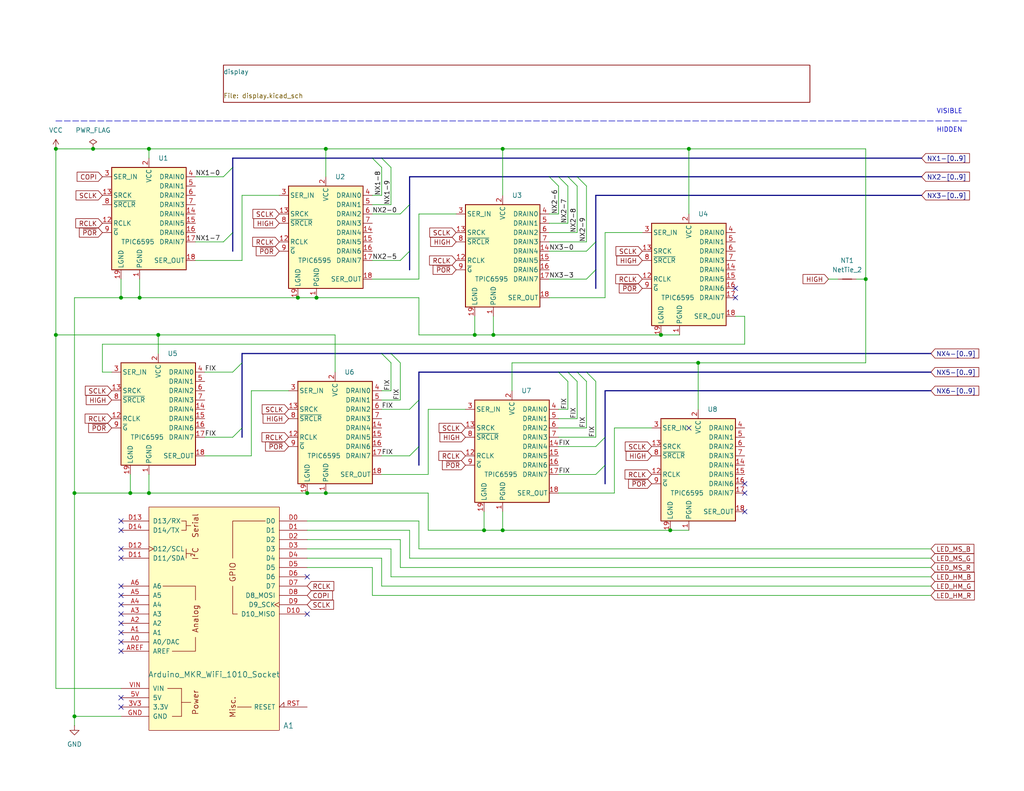
<source format=kicad_sch>
(kicad_sch (version 20231120) (generator "eeschema") (generator_version "8.0")
  (paper "USLetter")
  (title_block (title "IN-14 Nixie Tube Clock") (company "Wholly Unnecessary Technologies"))
  (lib_symbols
    (symbol "Device:NetTie_2" (pin_numbers hide) (pin_names (offset 0) hide) (in_bom no)
      (property "Reference" "NT" (at 0 1.27 0))
      (property "Value" "NetTie_2" (at 0 -1.27 0))
      (symbol "NetTie_2_0_1"
        (polyline (pts (xy -1.27 0) (xy 1.27 0)) (stroke (width 0.254)))
      )
      (symbol "NetTie_2_1_1"
        (pin passive line (at -2.54 0 0) (length 2.54) (name "1") (number "1"))
        (pin passive line (at 2.54 0 180) (length 2.54) (name "2") (number "2"))
      )
    )
    (symbol "Interface_Expansion:TPIC6595" (pin_names (offset 0.381))
      (property "Reference" "U" (at -8.89 13.97 0))
      (property "Value" "TPIC6595" (at 6.35 13.97 0))
      (symbol "TPIC6595_0_1"
        (rectangle (start -10.16 12.7) (end 10.16 -15.24) (stroke (width 0.254)) (fill (type background)))
      )
      (symbol "TPIC6595_1_1"
        (pin power_in line (at -2.54 -17.78 90) (length 2.54) (name "PGND") (number "1"))
        (pin passive line (at -2.54 -17.78 90) (length 2.54) hide (name "PGND") (number "10"))
        (pin passive line (at -2.54 -17.78 90) (length 2.54) hide (name "PGND") (number "11"))
        (pin input line (at -12.7 -2.54 0) (length 2.54) (name "RCLK") (number "12"))
        (pin input line (at -12.7 5.08 0) (length 2.54) (name "SRCK") (number "13"))
        (pin open_collector line (at 12.7 0 180) (length 2.54) (name "DRAIN4") (number "14"))
        (pin open_collector line (at 12.7 -2.54 180) (length 2.54) (name "DRAIN5") (number "15"))
        (pin open_collector line (at 12.7 -5.08 180) (length 2.54) (name "DRAIN6") (number "16"))
        (pin open_collector line (at 12.7 -7.62 180) (length 2.54) (name "DRAIN7") (number "17"))
        (pin output line (at 12.7 -12.7 180) (length 2.54) (name "SER_OUT") (number "18"))
        (pin power_in line (at -7.62 -17.78 90) (length 2.54) (name "LGND") (number "19"))
        (pin power_in line (at 0 15.24 270) (length 2.54) (name "VCC") (number "2"))
        (pin passive line (at -2.54 -17.78 90) (length 2.54) hide (name "PGND") (number "20"))
        (pin input line (at -12.7 10.16 0) (length 2.54) (name "SER_IN") (number "3"))
        (pin open_collector line (at 12.7 10.16 180) (length 2.54) (name "DRAIN0") (number "4"))
        (pin open_collector line (at 12.7 7.62 180) (length 2.54) (name "DRAIN1") (number "5"))
        (pin open_collector line (at 12.7 5.08 180) (length 2.54) (name "DRAIN2") (number "6"))
        (pin open_collector line (at 12.7 2.54 180) (length 2.54) (name "DRAIN3") (number "7"))
        (pin input line (at -12.7 2.54 0) (length 2.54) (name "~{SRCLR}") (number "8"))
        (pin input line (at -12.7 -5.08 0) (length 2.54) (name "~{G}") (number "9"))
      )
    )
    (symbol "arduino-library:Arduino_MKR_WiFi_1010_Socket" (pin_names (offset 1.016))
      (property "Reference" "A" (at 0 36.83 0))
      (property "Value" "Arduino_MKR_WiFi_1010_Socket" (at 0 33.02 0))
      (symbol "Arduino_MKR_WiFi_1010_Socket_0_0"
        (rectangle (start -17.78 30.48) (end 17.78 -30.48) (fill (type background)))
        (rectangle (start -12.7 -19.05) (end -8.89 -19.05))
        (rectangle (start -11.43 -26.67) (end -8.89 -26.67))
        (rectangle (start -8.89 -22.86) (end -6.35 -22.86))
        (polyline (pts (xy -8.89 -19.05) (xy -8.89 -26.67)))
        (polyline (pts (xy -7.62 25.4) (xy -6.35 25.4)))
        (polyline (pts (xy -5.08 -5.08) (xy -5.08 -8.89) (xy -11.43 -8.89)))
        (polyline (pts (xy -5.08 5.08) (xy -5.08 8.89) (xy -13.97 8.89)))
        (polyline (pts (xy 5.08 8.89) (xy 5.08 1.27) (xy 6.35 1.27)))
        (polyline (pts (xy 5.08 16.51) (xy 5.08 26.67) (xy 13.97 26.67)))
        (polyline (pts (xy -8.89 26.67) (xy -7.62 26.67) (xy -7.62 24.13) (xy -8.89 24.13)))
        (rectangle (start 6.35 -24.13) (end 10.16 -24.13))
        (text "Analog" (at -5.08 0 900) (effects (font (size 1.524 1.524))))
        (text "I²C" (at -5.08 17.78 900) (effects (font (size 1.524 1.524))))
        (text "Misc." (at 5.08 -24.13 900) (effects (font (size 1.524 1.524))))
        (text "Power" (at -5.08 -22.86 900) (effects (font (size 1.524 1.524))))
        (text "Serial" (at -5.08 25.4 900) (effects (font (size 1.524 1.524))))
      )
      (symbol "Arduino_MKR_WiFi_1010_Socket_0_1"
        (polyline (pts (xy -7.62 16.51) (xy -7.62 19.05)))
        (polyline (pts (xy -7.62 17.78) (xy -6.35 17.78)))
      )
      (symbol "Arduino_MKR_WiFi_1010_Socket_1_0"
        (text "GPIO" (at 5.08 12.7 900) (effects (font (size 1.524 1.524))))
      )
      (symbol "Arduino_MKR_WiFi_1010_Socket_1_1"
        (pin power_out line (at -25.4 -24.13 0) (length 7.62) (name "3.3V") (number "3V3"))
        (pin power_in line (at -25.4 -21.59 0) (length 7.62) (name "5V") (number "5V"))
        (pin bidirectional line (at -25.4 -6.35 0) (length 7.62) (name "A0/DAC") (number "A0"))
        (pin bidirectional line (at -25.4 -3.81 0) (length 7.62) (name "A1") (number "A1"))
        (pin bidirectional line (at -25.4 -1.27 0) (length 7.62) (name "A2") (number "A2"))
        (pin bidirectional line (at -25.4 1.27 0) (length 7.62) (name "A3") (number "A3"))
        (pin bidirectional line (at -25.4 3.81 0) (length 7.62) (name "A4") (number "A4"))
        (pin bidirectional line (at -25.4 6.35 0) (length 7.62) (name "A5") (number "A5"))
        (pin bidirectional line (at -25.4 8.89 0) (length 7.62) (name "A6") (number "A6"))
        (pin input line (at -25.4 -8.89 0) (length 7.62) (name "AREF") (number "AREF"))
        (pin bidirectional line (at 25.4 26.67 180) (length 7.62) (name "D0") (number "D0"))
        (pin bidirectional line (at 25.4 24.13 180) (length 7.62) (name "D1") (number "D1"))
        (pin bidirectional line (at 25.4 1.27 180) (length 7.62) (name "D10_MISO") (number "D10"))
        (pin bidirectional line (at -25.4 16.51 0) (length 7.62) (name "D11/SDA") (number "D11"))
        (pin bidirectional clock (at -25.4 19.05 0) (length 7.62) (name "D12/SCL") (number "D12"))
        (pin bidirectional line (at -25.4 26.67 0) (length 7.62) (name "D13/RX") (number "D13"))
        (pin bidirectional line (at -25.4 24.13 0) (length 7.62) (name "D14/TX") (number "D14"))
        (pin bidirectional line (at 25.4 21.59 180) (length 7.62) (name "D2") (number "D2"))
        (pin bidirectional line (at 25.4 19.05 180) (length 7.62) (name "D3") (number "D3"))
        (pin bidirectional line (at 25.4 16.51 180) (length 7.62) (name "D4") (number "D4"))
        (pin bidirectional line (at 25.4 13.97 180) (length 7.62) (name "D5") (number "D5"))
        (pin bidirectional line (at 25.4 11.43 180) (length 7.62) (name "D6") (number "D6"))
        (pin bidirectional line (at 25.4 8.89 180) (length 7.62) (name "D7") (number "D7"))
        (pin bidirectional line (at 25.4 6.35 180) (length 7.62) (name "D8_MOSI") (number "D8"))
        (pin bidirectional clock (at 25.4 3.81 180) (length 7.62) (name "D9_SCK") (number "D9"))
        (pin power_in line (at -25.4 -26.67 0) (length 7.62) (name "GND") (number "GND"))
        (pin open_collector input_low (at 25.4 -24.13 180) (length 7.62) (name "RESET") (number "RST"))
        (pin power_in line (at -25.4 -19.05 0) (length 7.62) (name "VIN") (number "VIN"))
      )
    )
    (symbol "power:GND" (power) (pin_numbers hide) (pin_names (offset 0) hide)
      (property "Value" "GND" (at 0 -3.81 0))
      (symbol "GND_0_1"
        (polyline (pts (xy 0 0) (xy 0 -1.27) (xy 1.27 -1.27) (xy 0 -2.54) (xy -1.27 -1.27) (xy 0 -1.27)))
      )
      (symbol "GND_1_1"
        (pin power_in line (at 0 0 270) (length 0) (name "~") (number "1"))
      )
    )
    (symbol "power:PWR_FLAG" (power) (pin_numbers hide) (pin_names (offset 0) hide)
      (property "Value" "PWR_FLAG" (at 0 3.81 0))
      (symbol "PWR_FLAG_0_0"
        (pin power_out line (at 0 0 90) (length 0) (name "~") (number "1"))
      )
      (symbol "PWR_FLAG_0_1"
        (polyline (pts (xy 0 0) (xy 0 1.27) (xy -1.016 1.905) (xy 0 2.54) (xy 1.016 1.905) (xy 0 1.27)))
      )
    )
    (symbol "power:VCC" (power) (pin_numbers hide) (pin_names (offset 0) hide)
      (property "Value" "VCC" (at 0 3.556 0))
      (symbol "VCC_0_1"
        (polyline (pts (xy -0.762 1.27) (xy 0 2.54)))
        (polyline (pts (xy 0 0) (xy 0 2.54)))
        (polyline (pts (xy 0 2.54) (xy 0.762 1.27)))
      )
      (symbol "VCC_1_1"
        (pin power_in line (at 0 0 90) (length 0) (name "~") (number "1"))
      )
    )
  )
  (junction (at 88.9 40.64))
  (junction (at 134.62 91.44))
  (junction (at 33.02 81.28))
  (junction (at 40.64 134.62))
  (junction (at 15.24 91.44))
  (junction (at 35.56 134.62))
  (junction (at 40.64 40.64))
  (junction (at 182.88 144.78))
  (junction (at 180.34 91.44))
  (junction (at 25.4 40.64))
  (junction (at 137.16 40.64))
  (junction (at 83.82 134.62))
  (junction (at 15.24 40.64))
  (junction (at 236.22 76.2))
  (junction (at 88.9 134.62))
  (junction (at 43.18 91.44))
  (junction (at 190.5 99.06))
  (junction (at 187.96 40.64))
  (junction (at 38.1 81.28))
  (junction (at 20.32 134.62))
  (junction (at 132.08 144.78))
  (junction (at 129.54 91.44))
  (junction (at 86.36 81.28))
  (junction (at 137.16 144.78))
  (junction (at 20.32 195.58))
  (junction (at 81.28 81.28))
  (no_connect (at 200.66 81.28))
  (no_connect (at 33.02 162.56))
  (no_connect (at 203.2 139.7))
  (no_connect (at 187.96 116.84))
  (no_connect (at 33.02 142.24))
  (no_connect (at 203.2 134.62))
  (no_connect (at 203.2 132.08))
  (no_connect (at 33.02 193.04))
  (no_connect (at 83.82 157.48))
  (no_connect (at 200.66 78.74))
  (no_connect (at 33.02 152.4))
  (no_connect (at 33.02 149.86))
  (no_connect (at 83.82 167.64))
  (no_connect (at 33.02 160.02))
  (no_connect (at 33.02 172.72))
  (no_connect (at 33.02 170.18))
  (no_connect (at 33.02 167.64))
  (no_connect (at 33.02 190.5))
  (no_connect (at 33.02 144.78))
  (no_connect (at 33.02 165.1))
  (no_connect (at 33.02 177.8))
  (no_connect (at 33.02 175.26))
  (bus_entry (at 160.02 101.6) (size 2.54 2.54))
  (bus_entry (at 104.14 43.18) (size 2.54 2.54))
  (bus_entry (at 104.14 96.52) (size 2.54 2.54))
  (bus_entry (at 111.76 68.58) (size -2.54 2.54))
  (bus_entry (at 165.1 127) (size -2.54 2.54))
  (bus_entry (at 114.3 109.22) (size -2.54 2.54))
  (bus_entry (at 157.48 48.26) (size 2.54 2.54))
  (bus_entry (at 101.6 43.18) (size 2.54 2.54))
  (bus_entry (at 114.3 121.92) (size -2.54 2.54))
  (bus_entry (at 162.56 73.66) (size -2.54 2.54))
  (bus_entry (at 106.68 96.52) (size 2.54 2.54))
  (bus_entry (at 149.86 48.26) (size 2.54 2.54))
  (bus_entry (at 63.5 63.5) (size -2.54 2.54))
  (bus_entry (at 63.5 45.72) (size -2.54 2.54))
  (bus_entry (at 66.04 99.06) (size -2.54 2.54))
  (bus_entry (at 154.94 48.26) (size 2.54 2.54))
  (bus_entry (at 66.04 116.84) (size -2.54 2.54))
  (bus_entry (at 111.76 55.88) (size -2.54 2.54))
  (bus_entry (at 162.56 66.04) (size -2.54 2.54))
  (bus_entry (at 152.4 101.6) (size 2.54 2.54))
  (bus_entry (at 154.94 101.6) (size 2.54 2.54))
  (bus_entry (at 157.48 101.6) (size 2.54 2.54))
  (bus_entry (at 152.4 48.26) (size 2.54 2.54))
  (bus_entry (at 165.1 119.38) (size -2.54 2.54))
  (bus (pts (xy 104.14 43.18) (xy 251.46 43.18)))
  (wire (pts (xy 55.88 101.6) (xy 63.5 101.6)))
  (wire (pts (xy 129.54 91.44) (xy 114.3 91.44)))
  (wire (pts (xy 91.44 91.44) (xy 91.44 101.6)))
  (bus (pts (xy 114.3 109.22) (xy 114.3 121.92)))
  (wire (pts (xy 134.62 91.44) (xy 134.62 86.36)))
  (wire (pts (xy 43.18 96.52) (xy 43.18 91.44)))
  (bus (pts (xy 165.1 106.68) (xy 254 106.68)))
  (bus (pts (xy 63.5 45.72) (xy 63.5 63.5)))
  (wire (pts (xy 106.68 149.86) (xy 106.68 157.48)))
  (wire (pts (xy 116.84 144.78) (xy 116.84 134.62)))
  (wire (pts (xy 129.54 91.44) (xy 129.54 86.36)))
  (wire (pts (xy 106.68 99.06) (xy 106.68 106.68)))
  (wire (pts (xy 83.82 147.32) (xy 109.22 147.32)))
  (wire (pts (xy 66.04 71.12) (xy 66.04 53.34)))
  (wire (pts (xy 38.1 81.28) (xy 38.1 76.2)))
  (wire (pts (xy 101.6 55.88) (xy 106.68 55.88)))
  (wire (pts (xy 137.16 144.78) (xy 137.16 139.7)))
  (wire (pts (xy 104.14 106.68) (xy 106.68 106.68)))
  (wire (pts (xy 157.48 50.8) (xy 157.48 63.5)))
  (bus (pts (xy 157.48 48.26) (xy 251.46 48.26)))
  (wire (pts (xy 88.9 134.62) (xy 116.84 134.62)))
  (wire (pts (xy 152.4 114.3) (xy 157.48 114.3)))
  (bus (pts (xy 63.5 63.5) (xy 63.5 68.58)))
  (wire (pts (xy 114.3 142.24) (xy 114.3 149.86)))
  (wire (pts (xy 104.14 160.02) (xy 254 160.02)))
  (wire (pts (xy 203.2 93.98) (xy 27.94 93.98)))
  (wire (pts (xy 43.18 91.44) (xy 91.44 91.44)))
  (wire (pts (xy 152.4 121.92) (xy 162.56 121.92)))
  (wire (pts (xy 83.82 152.4) (xy 104.14 152.4)))
  (wire (pts (xy 111.76 144.78) (xy 111.76 152.4)))
  (wire (pts (xy 203.2 86.36) (xy 200.66 86.36)))
  (wire (pts (xy 226.06 76.2) (xy 228.6 76.2)))
  (wire (pts (xy 236.22 76.2) (xy 236.22 40.64)))
  (wire (pts (xy 104.14 109.22) (xy 109.22 109.22)))
  (wire (pts (xy 165.1 63.5) (xy 175.26 63.5)))
  (bus (pts (xy 157.48 101.6) (xy 160.02 101.6)))
  (wire (pts (xy 53.34 71.12) (xy 66.04 71.12)))
  (wire (pts (xy 134.62 91.44) (xy 180.34 91.44)))
  (wire (pts (xy 25.4 40.64) (xy 40.64 40.64)))
  (bus (pts (xy 165.1 132.08) (xy 165.1 127)))
  (wire (pts (xy 111.76 152.4) (xy 254 152.4)))
  (wire (pts (xy 101.6 58.42) (xy 109.22 58.42)))
  (wire (pts (xy 132.08 144.78) (xy 137.16 144.78)))
  (wire (pts (xy 182.88 144.78) (xy 187.96 144.78)))
  (bus (pts (xy 162.56 66.04) (xy 162.56 53.34)))
  (wire (pts (xy 152.4 116.84) (xy 160.02 116.84)))
  (bus (pts (xy 111.76 48.26) (xy 111.76 55.88)))
  (wire (pts (xy 114.3 58.42) (xy 124.46 58.42)))
  (wire (pts (xy 20.32 195.58) (xy 20.32 198.12)))
  (bus (pts (xy 111.76 55.88) (xy 111.76 68.58)))
  (wire (pts (xy 15.24 187.96) (xy 33.02 187.96)))
  (wire (pts (xy 15.24 40.64) (xy 25.4 40.64)))
  (wire (pts (xy 109.22 154.94) (xy 254 154.94)))
  (wire (pts (xy 114.3 81.28) (xy 86.36 81.28)))
  (bus (pts (xy 162.56 78.74) (xy 162.56 73.66)))
  (wire (pts (xy 55.88 119.38) (xy 63.5 119.38)))
  (bus (pts (xy 154.94 48.26) (xy 157.48 48.26)))
  (bus (pts (xy 165.1 119.38) (xy 165.1 106.68)))
  (bus (pts (xy 149.86 48.26) (xy 152.4 48.26)))
  (wire (pts (xy 35.56 134.62) (xy 20.32 134.62)))
  (bus (pts (xy 114.3 121.92) (xy 114.3 127)))
  (wire (pts (xy 149.86 58.42) (xy 152.4 58.42)))
  (wire (pts (xy 109.22 99.06) (xy 109.22 109.22)))
  (wire (pts (xy 149.86 68.58) (xy 160.02 68.58)))
  (wire (pts (xy 27.94 93.98) (xy 27.94 101.6)))
  (wire (pts (xy 104.14 152.4) (xy 104.14 160.02)))
  (wire (pts (xy 137.16 40.64) (xy 187.96 40.64)))
  (wire (pts (xy 162.56 104.14) (xy 162.56 119.38)))
  (wire (pts (xy 20.32 195.58) (xy 33.02 195.58)))
  (wire (pts (xy 83.82 144.78) (xy 111.76 144.78)))
  (wire (pts (xy 27.94 101.6) (xy 30.48 101.6)))
  (bus (pts (xy 106.68 96.52) (xy 254 96.52)))
  (wire (pts (xy 88.9 40.64) (xy 137.16 40.64)))
  (wire (pts (xy 154.94 104.14) (xy 154.94 111.76)))
  (bus (pts (xy 162.56 73.66) (xy 162.56 66.04)))
  (wire (pts (xy 20.32 81.28) (xy 33.02 81.28)))
  (wire (pts (xy 83.82 142.24) (xy 114.3 142.24)))
  (wire (pts (xy 88.9 48.26) (xy 88.9 40.64)))
  (wire (pts (xy 190.5 99.06) (xy 139.7 99.06)))
  (wire (pts (xy 40.64 40.64) (xy 88.9 40.64)))
  (wire (pts (xy 160.02 104.14) (xy 160.02 116.84)))
  (bus (pts (xy 66.04 96.52) (xy 104.14 96.52)))
  (wire (pts (xy 83.82 154.94) (xy 101.6 154.94)))
  (wire (pts (xy 132.08 144.78) (xy 132.08 139.7)))
  (wire (pts (xy 187.96 40.64) (xy 236.22 40.64)))
  (bus (pts (xy 63.5 43.18) (xy 101.6 43.18)))
  (wire (pts (xy 35.56 134.62) (xy 35.56 129.54)))
  (wire (pts (xy 149.86 76.2) (xy 160.02 76.2)))
  (wire (pts (xy 20.32 134.62) (xy 20.32 195.58)))
  (wire (pts (xy 101.6 76.2) (xy 114.3 76.2)))
  (bus (pts (xy 165.1 127) (xy 165.1 119.38)))
  (bus (pts (xy 152.4 48.26) (xy 154.94 48.26)))
  (wire (pts (xy 154.94 50.8) (xy 154.94 60.96)))
  (bus (pts (xy 162.56 53.34) (xy 251.46 53.34)))
  (wire (pts (xy 116.84 129.54) (xy 116.84 111.76)))
  (bus (pts (xy 63.5 43.18) (xy 63.5 45.72)))
  (wire (pts (xy 139.7 99.06) (xy 139.7 106.68)))
  (polyline (pts (xy 15.24 33.02) (xy 264.16 33.02)) (stroke (width 0) (type dash)))
  (bus (pts (xy 104.14 96.52) (xy 106.68 96.52)))
  (bus (pts (xy 111.76 48.26) (xy 149.86 48.26)))
  (wire (pts (xy 106.68 157.48) (xy 254 157.48)))
  (wire (pts (xy 190.5 111.76) (xy 190.5 99.06)))
  (wire (pts (xy 236.22 99.06) (xy 236.22 76.2)))
  (wire (pts (xy 40.64 40.64) (xy 40.64 43.18)))
  (wire (pts (xy 137.16 53.34) (xy 137.16 40.64)))
  (wire (pts (xy 53.34 48.26) (xy 60.96 48.26)))
  (bus (pts (xy 66.04 96.52) (xy 66.04 99.06)))
  (wire (pts (xy 157.48 104.14) (xy 157.48 114.3)))
  (wire (pts (xy 233.68 76.2) (xy 236.22 76.2)))
  (wire (pts (xy 109.22 147.32) (xy 109.22 154.94)))
  (wire (pts (xy 101.6 71.12) (xy 109.22 71.12)))
  (wire (pts (xy 114.3 91.44) (xy 114.3 81.28)))
  (bus (pts (xy 160.02 101.6) (xy 254 101.6)))
  (wire (pts (xy 55.88 124.46) (xy 68.58 124.46)))
  (wire (pts (xy 167.64 116.84) (xy 177.8 116.84)))
  (wire (pts (xy 180.34 91.44) (xy 185.42 91.44)))
  (bus (pts (xy 111.76 68.58) (xy 111.76 73.66)))
  (wire (pts (xy 190.5 99.06) (xy 236.22 99.06)))
  (bus (pts (xy 114.3 101.6) (xy 114.3 109.22)))
  (wire (pts (xy 149.86 60.96) (xy 154.94 60.96)))
  (wire (pts (xy 149.86 63.5) (xy 157.48 63.5)))
  (wire (pts (xy 40.64 134.62) (xy 83.82 134.62)))
  (wire (pts (xy 104.14 129.54) (xy 116.84 129.54)))
  (wire (pts (xy 167.64 134.62) (xy 167.64 116.84)))
  (wire (pts (xy 104.14 124.46) (xy 111.76 124.46)))
  (wire (pts (xy 114.3 149.86) (xy 254 149.86)))
  (wire (pts (xy 114.3 76.2) (xy 114.3 58.42)))
  (wire (pts (xy 101.6 53.34) (xy 104.14 53.34)))
  (bus (pts (xy 154.94 101.6) (xy 157.48 101.6)))
  (wire (pts (xy 149.86 66.04) (xy 160.02 66.04)))
  (wire (pts (xy 33.02 76.2) (xy 33.02 81.28)))
  (wire (pts (xy 53.34 66.04) (xy 60.96 66.04)))
  (wire (pts (xy 83.82 149.86) (xy 106.68 149.86)))
  (wire (pts (xy 152.4 119.38) (xy 162.56 119.38)))
  (wire (pts (xy 152.4 129.54) (xy 162.56 129.54)))
  (wire (pts (xy 38.1 81.28) (xy 81.28 81.28)))
  (bus (pts (xy 66.04 99.06) (xy 66.04 116.84)))
  (wire (pts (xy 129.54 91.44) (xy 134.62 91.44)))
  (wire (pts (xy 104.14 111.76) (xy 111.76 111.76)))
  (wire (pts (xy 15.24 91.44) (xy 43.18 91.44)))
  (wire (pts (xy 81.28 81.28) (xy 86.36 81.28)))
  (wire (pts (xy 68.58 106.68) (xy 78.74 106.68)))
  (wire (pts (xy 83.82 134.62) (xy 88.9 134.62)))
  (wire (pts (xy 15.24 91.44) (xy 15.24 187.96)))
  (wire (pts (xy 165.1 81.28) (xy 165.1 63.5)))
  (wire (pts (xy 106.68 45.72) (xy 106.68 55.88)))
  (wire (pts (xy 101.6 154.94) (xy 101.6 162.56)))
  (wire (pts (xy 149.86 81.28) (xy 165.1 81.28)))
  (wire (pts (xy 152.4 134.62) (xy 167.64 134.62)))
  (bus (pts (xy 114.3 101.6) (xy 152.4 101.6)))
  (wire (pts (xy 152.4 111.76) (xy 154.94 111.76)))
  (bus (pts (xy 66.04 116.84) (xy 66.04 119.38)))
  (wire (pts (xy 152.4 50.8) (xy 152.4 58.42)))
  (wire (pts (xy 33.02 81.28) (xy 38.1 81.28)))
  (wire (pts (xy 116.84 111.76) (xy 127 111.76)))
  (wire (pts (xy 68.58 124.46) (xy 68.58 106.68)))
  (wire (pts (xy 160.02 50.8) (xy 160.02 66.04)))
  (wire (pts (xy 137.16 144.78) (xy 182.88 144.78)))
  (wire (pts (xy 40.64 134.62) (xy 40.64 129.54)))
  (wire (pts (xy 132.08 144.78) (xy 116.84 144.78)))
  (wire (pts (xy 187.96 58.42) (xy 187.96 40.64)))
  (bus (pts (xy 101.6 43.18) (xy 104.14 43.18)))
  (wire (pts (xy 66.04 53.34) (xy 76.2 53.34)))
  (wire (pts (xy 20.32 134.62) (xy 20.32 81.28)))
  (wire (pts (xy 101.6 162.56) (xy 254 162.56)))
  (bus (pts (xy 152.4 101.6) (xy 154.94 101.6)))
  (wire (pts (xy 15.24 40.64) (xy 15.24 91.44)))
  (wire (pts (xy 35.56 134.62) (xy 40.64 134.62)))
  (wire (pts (xy 203.2 86.36) (xy 203.2 93.98)))
  (wire (pts (xy 104.14 45.72) (xy 104.14 53.34)))
  (text "VISIBLE" (at 259.08 30.48 0) (effects (font (size 1.27 1.27))))
  (text "HIDDEN" (at 259.08 35.56 0) (effects (font (size 1.27 1.27))))
  (label "NX1-8" (at 104.14 53.34 90))
  (label "NX1-0" (at 53.34 48.26 0))
  (label "FIX" (at 55.88 101.6 0))
  (label "FIX" (at 104.14 124.46 0))
  (label "FIX" (at 55.88 119.38 0))
  (label "FIX" (at 160.02 116.84 90))
  (label "NX2-8" (at 157.48 63.5 90))
  (label "NX2-7" (at 154.94 60.96 90))
  (label "NX1-7" (at 53.34 66.04 0))
  (label "NX2-6" (at 152.4 58.42 90))
  (label "NX2-9" (at 160.02 66.04 90))
  (label "FIX" (at 106.68 106.68 90))
  (label "NX3-3" (at 149.86 76.2 0))
  (label "FIX" (at 157.48 114.3 90))
  (label "FIX" (at 109.22 109.22 90))
  (label "FIX" (at 152.4 129.54 0))
  (label "FIX" (at 154.94 111.76 90))
  (label "FIX" (at 104.14 111.76 0))
  (label "NX2-0" (at 101.6 58.42 0))
  (label "NX3-0" (at 149.86 68.58 0))
  (label "FIX" (at 152.4 121.92 0))
  (label "FIX" (at 162.56 119.38 90))
  (label "NX1-9" (at 106.68 55.88 90))
  (label "NX2-5" (at 101.6 71.12 0))
  (global_label "RCLK" (shape input) (at 30.48 114.3 180) (property "Intersheetrefs" "${INTERSHEET_REFS}" (effects (hide yes))))
  (global_label "~{POR}" (shape input) (at 27.94 63.5 180) (property "Intersheetrefs" "${INTERSHEET_REFS}" (effects (hide yes))))
  (global_label "LED_MS_B" (shape input) (at 254 149.86 0) (property "Intersheetrefs" "${INTERSHEET_REFS}" (effects (hide yes))))
  (global_label "HIGH" (shape input) (at 76.2 60.96 180) (property "Intersheetrefs" "${INTERSHEET_REFS}" (effects (hide yes))))
  (global_label "HIGH" (shape input) (at 78.74 114.3 180) (property "Intersheetrefs" "${INTERSHEET_REFS}" (effects (hide yes))))
  (global_label "RCLK" (shape input) (at 175.26 76.2 180) (property "Intersheetrefs" "${INTERSHEET_REFS}" (effects (hide yes))))
  (global_label "RCLK" (shape input) (at 124.46 71.12 180) (property "Intersheetrefs" "${INTERSHEET_REFS}" (effects (hide yes))))
  (global_label "LED_HM_G" (shape input) (at 254 160.02 0) (property "Intersheetrefs" "${INTERSHEET_REFS}" (effects (hide yes))))
  (global_label "HIGH" (shape input) (at 175.26 71.12 180) (property "Intersheetrefs" "${INTERSHEET_REFS}" (effects (hide yes))))
  (global_label "RCLK" (shape input) (at 76.2 66.04 180) (property "Intersheetrefs" "${INTERSHEET_REFS}" (effects (hide yes))))
  (global_label "RCLK" (shape input) (at 27.94 60.96 180) (property "Intersheetrefs" "${INTERSHEET_REFS}" (effects (hide yes))))
  (global_label "~{POR}" (shape input) (at 177.8 132.08 180) (property "Intersheetrefs" "${INTERSHEET_REFS}" (effects (hide yes))))
  (global_label "SCLK" (shape input) (at 127 116.84 180) (property "Intersheetrefs" "${INTERSHEET_REFS}" (effects (hide yes))))
  (global_label "SCLK" (shape input) (at 76.2 58.42 180) (property "Intersheetrefs" "${INTERSHEET_REFS}" (effects (hide yes))))
  (global_label "SCLK" (shape input) (at 175.26 68.58 180) (property "Intersheetrefs" "${INTERSHEET_REFS}" (effects (hide yes))))
  (global_label "~{POR}" (shape input) (at 76.2 68.58 180) (property "Intersheetrefs" "${INTERSHEET_REFS}" (effects (hide yes))))
  (global_label "SCLK" (shape input) (at 177.8 121.92 180) (property "Intersheetrefs" "${INTERSHEET_REFS}" (effects (hide yes))))
  (global_label "RCLK" (shape input) (at 78.74 119.38 180) (property "Intersheetrefs" "${INTERSHEET_REFS}" (effects (hide yes))))
  (global_label "HIGH" (shape input) (at 124.46 66.04 180) (property "Intersheetrefs" "${INTERSHEET_REFS}" (effects (hide yes))))
  (global_label "~{POR}" (shape input) (at 124.46 73.66 180) (property "Intersheetrefs" "${INTERSHEET_REFS}" (effects (hide yes))))
  (global_label "SCLK" (shape input) (at 124.46 63.5 180) (property "Intersheetrefs" "${INTERSHEET_REFS}" (effects (hide yes))))
  (global_label "RCLK" (shape input) (at 83.82 160.02 0) (property "Intersheetrefs" "${INTERSHEET_REFS}" (effects (hide yes))))
  (global_label "~{POR}" (shape input) (at 175.26 78.74 180) (property "Intersheetrefs" "${INTERSHEET_REFS}" (effects (hide yes))))
  (global_label "COPI" (shape input) (at 27.94 48.26 180) (property "Intersheetrefs" "${INTERSHEET_REFS}" (effects (hide yes))))
  (global_label "NX1-[0..9]" (shape input) (at 251.46 43.18 0) (property "Intersheetrefs" "${INTERSHEET_REFS}" (effects (hide yes))))
  (global_label "RCLK" (shape input) (at 127 124.46 180) (property "Intersheetrefs" "${INTERSHEET_REFS}" (effects (hide yes))))
  (global_label "HIGH" (shape input) (at 127 119.38 180) (property "Intersheetrefs" "${INTERSHEET_REFS}" (effects (hide yes))))
  (global_label "HIGH" (shape input) (at 177.8 124.46 180) (property "Intersheetrefs" "${INTERSHEET_REFS}" (effects (hide yes))))
  (global_label "NX5-[0..9]" (shape input) (at 254 101.6 0) (property "Intersheetrefs" "${INTERSHEET_REFS}" (effects (hide yes))))
  (global_label "SCLK" (shape input) (at 30.48 106.68 180) (property "Intersheetrefs" "${INTERSHEET_REFS}" (effects (hide yes))))
  (global_label "HIGH" (shape input) (at 30.48 109.22 180) (property "Intersheetrefs" "${INTERSHEET_REFS}" (effects (hide yes))))
  (global_label "LED_HM_R" (shape input) (at 254 162.56 0) (property "Intersheetrefs" "${INTERSHEET_REFS}" (effects (hide yes))))
  (global_label "HIGH" (shape input) (at 226.06 76.2 180) (property "Intersheetrefs" "${INTERSHEET_REFS}" (effects (hide yes))))
  (global_label "NX4-[0..9]" (shape input) (at 254 96.52 0) (property "Intersheetrefs" "${INTERSHEET_REFS}" (effects (hide yes))))
  (global_label "~{POR}" (shape input) (at 78.74 121.92 180) (property "Intersheetrefs" "${INTERSHEET_REFS}" (effects (hide yes))))
  (global_label "LED_MS_R" (shape input) (at 254 154.94 0) (property "Intersheetrefs" "${INTERSHEET_REFS}" (effects (hide yes))))
  (global_label "SCLK" (shape input) (at 78.74 111.76 180) (property "Intersheetrefs" "${INTERSHEET_REFS}" (effects (hide yes))))
  (global_label "~{POR}" (shape input) (at 127 127 180) (property "Intersheetrefs" "${INTERSHEET_REFS}" (effects (hide yes))))
  (global_label "LED_HM_B" (shape input) (at 254 157.48 0) (property "Intersheetrefs" "${INTERSHEET_REFS}" (effects (hide yes))))
  (global_label "NX2-[0..9]" (shape input) (at 251.46 48.26 0) (property "Intersheetrefs" "${INTERSHEET_REFS}" (effects (hide yes))))
  (global_label "NX6-[0..9]" (shape input) (at 254 106.68 0) (property "Intersheetrefs" "${INTERSHEET_REFS}" (effects (hide yes))))
  (global_label "COPI" (shape input) (at 83.82 162.56 0) (property "Intersheetrefs" "${INTERSHEET_REFS}" (effects (hide yes))))
  (global_label "SCLK" (shape input) (at 83.82 165.1 0) (property "Intersheetrefs" "${INTERSHEET_REFS}" (effects (hide yes))))
  (global_label "RCLK" (shape input) (at 177.8 129.54 180) (property "Intersheetrefs" "${INTERSHEET_REFS}" (effects (hide yes))))
  (global_label "~{POR}" (shape input) (at 30.48 116.84 180) (property "Intersheetrefs" "${INTERSHEET_REFS}" (effects (hide yes))))
  (global_label "LED_MS_G" (shape input) (at 254 152.4 0) (property "Intersheetrefs" "${INTERSHEET_REFS}" (effects (hide yes))))
  (global_label "SCLK" (shape input) (at 27.94 53.34 180) (property "Intersheetrefs" "${INTERSHEET_REFS}" (effects (hide yes))))
  (global_label "NX3-[0..9]" (shape input) (at 251.46 53.34 0) (property "Intersheetrefs" "${INTERSHEET_REFS}" (effects (hide yes))))
  (symbol (lib_id "power:VCC") (at 15.24 40.64 0) (unit 1)
    (property "Reference" "#PWR01" (effects (hide yes)))
    (property "Value" "VCC" (at 15.24 35.56 0))
    (property "Description" "Power symbol creates a global label with name \"VCC\"" (effects (hide yes)))
  )
  (symbol (lib_id "Interface_Expansion:TPIC6595") (at 139.7 121.92 0) (unit 1)
    (property "Reference" "U7" (at 142.24 106.68 0) (effects (justify left)))
    (property "Value" "TPIC6595" (at 132.08 129.54 0) (effects (justify left)))
    (property "Footprint" "Package_DIP:DIP-20_W7.62mm_Socket" (effects (hide yes)))
    (property "Datasheet" "http://www.ti.com/lit/ds/symlink/tpic6595.pdf" (effects (hide yes)))
    (property "Description" "Power Logic 8-bit Shift Register, DIP-8/SOIC-8" (effects (hide yes)))
  )
  (symbol (lib_id "Device:NetTie_2") (at 231.14 76.2 0) (unit 1) (in_bom no)
    (property "Reference" "NT1" (at 231.14 71.12 0))
    (property "Value" "NetTie_2" (at 231.14 73.66 0))
    (property "Description" "Net tie, 2 pins" (effects (hide yes)))
  )
  (symbol (lib_id "Interface_Expansion:TPIC6595") (at 88.9 63.5 0) (unit 1)
    (property "Reference" "U2" (at 91.44 48.26 0) (effects (justify left)))
    (property "Value" "TPIC6595" (at 81.28 71.12 0) (effects (justify left)))
    (property "Footprint" "Package_DIP:DIP-20_W7.62mm_Socket" (effects (hide yes)))
    (property "Datasheet" "http://www.ti.com/lit/ds/symlink/tpic6595.pdf" (effects (hide yes)))
    (property "Description" "Power Logic 8-bit Shift Register, DIP-8/SOIC-8" (effects (hide yes)))
  )
  (symbol (lib_id "Interface_Expansion:TPIC6595") (at 190.5 127 0) (unit 1)
    (property "Reference" "U8" (at 193.04 111.76 0) (effects (justify left)))
    (property "Value" "TPIC6595" (at 182.88 134.62 0) (effects (justify left)))
    (property "Footprint" "Package_DIP:DIP-20_W7.62mm_Socket" (effects (hide yes)))
    (property "Datasheet" "http://www.ti.com/lit/ds/symlink/tpic6595.pdf" (effects (hide yes)))
    (property "Description" "Power Logic 8-bit Shift Register, DIP-8/SOIC-8" (effects (hide yes)))
  )
  (symbol (lib_id "Interface_Expansion:TPIC6595") (at 187.96 73.66 0) (unit 1)
    (property "Reference" "U4" (at 190.5 58.42 0) (effects (justify left)))
    (property "Value" "TPIC6595" (at 180.34 81.28 0) (effects (justify left)))
    (property "Footprint" "Package_DIP:DIP-20_W7.62mm_Socket" (effects (hide yes)))
    (property "Datasheet" "http://www.ti.com/lit/ds/symlink/tpic6595.pdf" (effects (hide yes)))
    (property "Description" "Power Logic 8-bit Shift Register, DIP-8/SOIC-8" (effects (hide yes)))
  )
  (symbol (lib_id "Interface_Expansion:TPIC6595") (at 40.64 58.42 0) (unit 1)
    (property "Reference" "U1" (at 43.18 43.18 0) (effects (justify left)))
    (property "Value" "TPIC6595" (at 33.02 66.04 0) (effects (justify left)))
    (property "Footprint" "Package_DIP:DIP-20_W7.62mm_Socket" (effects (hide yes)))
    (property "Datasheet" "http://www.ti.com/lit/ds/symlink/tpic6595.pdf" (effects (hide yes)))
    (property "Description" "Power Logic 8-bit Shift Register, DIP-8/SOIC-8" (effects (hide yes)))
  )
  (symbol (lib_id "power:GND") (at 20.32 198.12 0) (unit 1)
    (property "Reference" "#PWR04" (effects (hide yes)))
    (property "Value" "GND" (at 20.32 203.2 0))
    (property "Description" "Power symbol creates a global label with name \"GND\" , ground" (effects (hide yes)))
  )
  (symbol (lib_id "Interface_Expansion:TPIC6595") (at 91.44 116.84 0) (unit 1)
    (property "Reference" "U6" (at 93.98 101.6 0) (effects (justify left)))
    (property "Value" "TPIC6595" (at 83.82 124.46 0) (effects (justify left)))
    (property "Footprint" "Package_DIP:DIP-20_W7.62mm_Socket" (effects (hide yes)))
    (property "Datasheet" "http://www.ti.com/lit/ds/symlink/tpic6595.pdf" (effects (hide yes)))
    (property "Description" "Power Logic 8-bit Shift Register, DIP-8/SOIC-8" (effects (hide yes)))
  )
  (symbol (lib_id "arduino-library:Arduino_MKR_WiFi_1010_Socket") (at 58.42 168.91 0) (unit 1)
    (property "Reference" "A1" (at 78.74 198.12 0) (effects (font (size 1.524 1.524))))
    (property "Value" "Arduino_MKR_WiFi_1010_Socket" (at 58.42 184.15 0) (effects (font (size 1.524 1.524))))
    (property "Footprint" "arduino-library:Arduino_MKR_WiFi_1010_Socket" (effects (hide yes)))
    (property "Datasheet" "https://docs.arduino.cc/hardware/mkr-wifi-1010" (effects (hide yes)))
    (property "Description" "Socket for Arduino MKR WiFi 1010" (effects (hide yes)))
  )
  (symbol (lib_id "Interface_Expansion:TPIC6595") (at 137.16 68.58 0) (unit 1)
    (property "Reference" "U3" (at 139.7 53.34 0) (effects (justify left)))
    (property "Value" "TPIC6595" (at 129.54 76.2 0) (effects (justify left)))
    (property "Footprint" "Package_DIP:DIP-20_W7.62mm_Socket" (effects (hide yes)))
    (property "Datasheet" "http://www.ti.com/lit/ds/symlink/tpic6595.pdf" (effects (hide yes)))
    (property "Description" "Power Logic 8-bit Shift Register, DIP-8/SOIC-8" (effects (hide yes)))
  )
  (symbol (lib_id "power:PWR_FLAG") (at 25.4 40.64 0) (unit 1)
    (property "Reference" "#FLG01" (effects (hide yes)))
    (property "Value" "PWR_FLAG" (at 25.4 35.56 0))
    (property "Description" "Special symbol for telling ERC where power comes from" (effects (hide yes)))
  )
  (symbol (lib_id "Interface_Expansion:TPIC6595") (at 43.18 111.76 0) (unit 1)
    (property "Reference" "U5" (at 45.72 96.52 0) (effects (justify left)))
    (property "Value" "TPIC6595" (at 35.56 119.38 0) (effects (justify left)))
    (property "Footprint" "Package_DIP:DIP-20_W7.62mm_Socket" (effects (hide yes)))
    (property "Datasheet" "http://www.ti.com/lit/ds/symlink/tpic6595.pdf" (effects (hide yes)))
    (property "Description" "Power Logic 8-bit Shift Register, DIP-8/SOIC-8" (effects (hide yes)))
  )
  (sheet (at 60.96 17.78) (size 160.02 10.16) (stroke (width 0.1524))
    (property "Sheetname" "display" (at 60.96 20.32 0) (effects (justify left bottom)))
    (property "Sheetfile" "display.kicad_sch" (at 60.96 25.4 0) (effects (justify left top)))
  )
)
</source>
